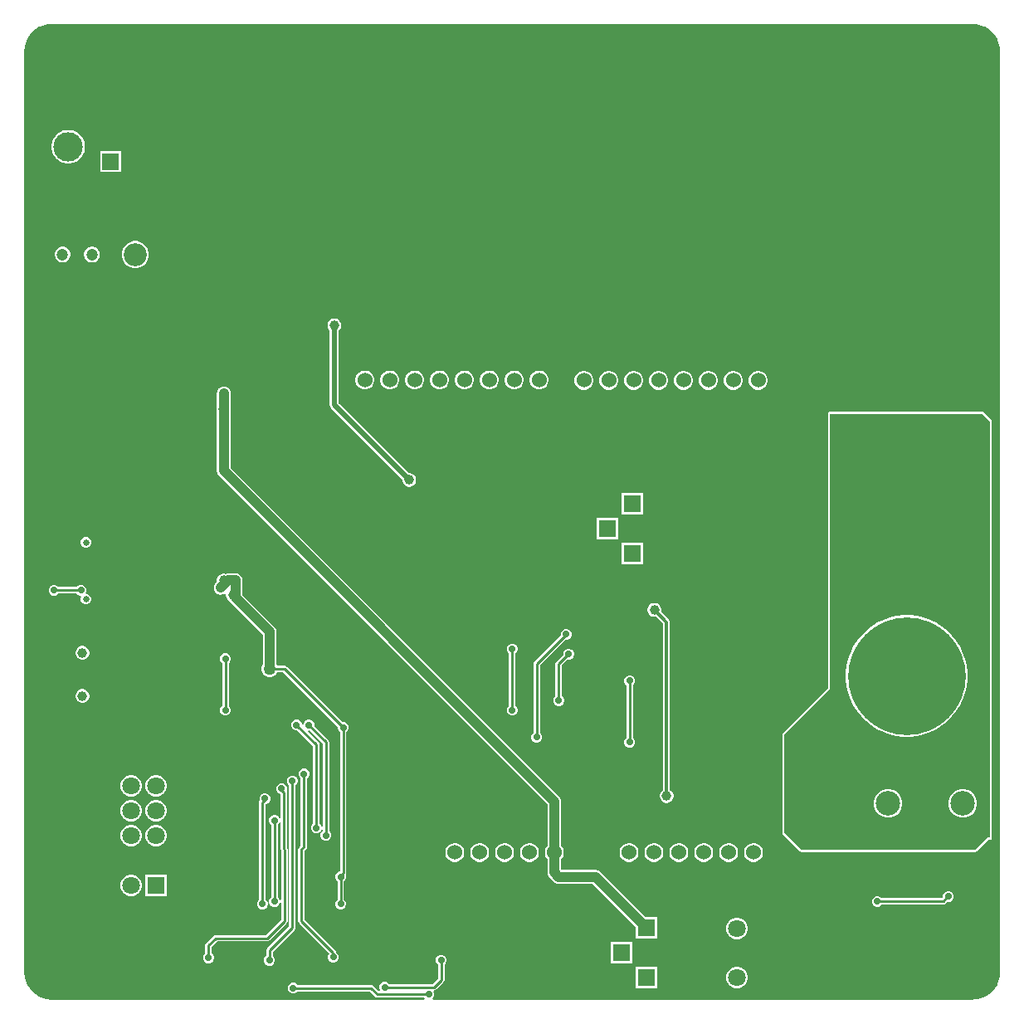
<source format=gbl>
G04*
G04 #@! TF.GenerationSoftware,Altium Limited,Altium Designer,23.3.1 (30)*
G04*
G04 Layer_Physical_Order=2*
G04 Layer_Color=16711680*
%FSLAX25Y25*%
%MOIN*%
G70*
G04*
G04 #@! TF.SameCoordinates,A0E3A479-A048-482A-A5C8-966E8189681F*
G04*
G04*
G04 #@! TF.FilePolarity,Positive*
G04*
G01*
G75*
%ADD10C,0.01181*%
%ADD11C,0.01000*%
%ADD110C,0.01968*%
%ADD111C,0.03937*%
%ADD113C,0.06000*%
%ADD114C,0.09843*%
%ADD115R,0.09843X0.09843*%
%ADD116R,0.06693X0.07000*%
%ADD117C,0.06693*%
%ADD118C,0.11811*%
%ADD119C,0.09252*%
%ADD120O,0.08661X0.04724*%
%ADD121C,0.04724*%
%ADD122R,0.07087X0.07087*%
%ADD123C,0.07087*%
%ADD124O,0.07087X0.03937*%
%ADD125O,0.08268X0.03937*%
%ADD126C,0.02559*%
%ADD127C,0.03937*%
%ADD128C,0.47244*%
%ADD129C,0.02756*%
%ADD130C,0.03937*%
%ADD131C,0.05000*%
%ADD132C,0.19685*%
G36*
X383596Y-1036D02*
X385261Y-1436D01*
X386842Y-2091D01*
X388302Y-2986D01*
X389603Y-4097D01*
X390715Y-5399D01*
X391610Y-6859D01*
X392265Y-8440D01*
X392664Y-10104D01*
X392798Y-11807D01*
X392798Y-11811D01*
Y-381890D01*
X392798Y-381893D01*
X392664Y-383596D01*
X392265Y-385261D01*
X391610Y-386842D01*
X390715Y-388302D01*
X389603Y-389603D01*
X388302Y-390715D01*
X386842Y-391610D01*
X385261Y-392265D01*
X383596Y-392664D01*
X382374Y-392760D01*
X381890Y-392798D01*
Y-392798D01*
X165106D01*
X164899Y-392298D01*
X165222Y-391975D01*
X165551Y-391179D01*
Y-390317D01*
X165257Y-389608D01*
X165292Y-389429D01*
X165332Y-389338D01*
X165488Y-389081D01*
X165857Y-389008D01*
X166282Y-388723D01*
X169235Y-385771D01*
X169520Y-385345D01*
X169620Y-384842D01*
Y-378718D01*
X170143Y-378195D01*
X170472Y-377399D01*
Y-376538D01*
X170143Y-375742D01*
X169534Y-375133D01*
X168738Y-374803D01*
X167876D01*
X167080Y-375133D01*
X166471Y-375742D01*
X166142Y-376538D01*
Y-377399D01*
X166471Y-378195D01*
X166995Y-378718D01*
Y-384299D01*
X164811Y-386483D01*
X147419D01*
X146896Y-385960D01*
X146100Y-385630D01*
X145239D01*
X144443Y-385960D01*
X143834Y-386569D01*
X143504Y-387365D01*
Y-388226D01*
X143729Y-388769D01*
X143470Y-389261D01*
X143131Y-389306D01*
X141115Y-387290D01*
X140689Y-387005D01*
X140187Y-386905D01*
X110595D01*
X110072Y-386382D01*
X109276Y-386053D01*
X108415D01*
X107619Y-386382D01*
X107010Y-386992D01*
X106680Y-387787D01*
Y-388649D01*
X107010Y-389445D01*
X107619Y-390054D01*
X108415Y-390383D01*
X109276D01*
X110072Y-390054D01*
X110595Y-389531D01*
X139643D01*
X141788Y-391676D01*
X142214Y-391961D01*
X142717Y-392061D01*
X161457D01*
X161638Y-392298D01*
X161391Y-392798D01*
X11799D01*
X10104Y-392664D01*
X8440Y-392265D01*
X6859Y-391610D01*
X5399Y-390715D01*
X4097Y-389603D01*
X2986Y-388302D01*
X2091Y-386842D01*
X1436Y-385261D01*
X1036Y-383596D01*
X903Y-381893D01*
X903Y-381890D01*
Y-11811D01*
X903Y-11807D01*
X1036Y-10104D01*
X1436Y-8440D01*
X2091Y-6859D01*
X2986Y-5399D01*
X4097Y-4097D01*
X5399Y-2986D01*
X6859Y-2091D01*
X8440Y-1436D01*
X10104Y-1036D01*
X11807Y-903D01*
X11811Y-903D01*
X381890D01*
X381893Y-903D01*
X383596Y-1036D01*
D02*
G37*
%LPC*%
G36*
X19191Y-43504D02*
X17872D01*
X16579Y-43761D01*
X15361Y-44266D01*
X14265Y-44998D01*
X13333Y-45930D01*
X12600Y-47027D01*
X12096Y-48245D01*
X11839Y-49538D01*
Y-50856D01*
X12096Y-52149D01*
X12600Y-53367D01*
X13333Y-54463D01*
X14265Y-55396D01*
X15361Y-56128D01*
X16579Y-56633D01*
X17872Y-56890D01*
X19191D01*
X20484Y-56633D01*
X21702Y-56128D01*
X22798Y-55396D01*
X23730Y-54463D01*
X24463Y-53367D01*
X24967Y-52149D01*
X25224Y-50856D01*
Y-49538D01*
X24967Y-48245D01*
X24463Y-47027D01*
X23730Y-45930D01*
X22798Y-44998D01*
X21702Y-44266D01*
X20484Y-43761D01*
X19191Y-43504D01*
D02*
G37*
G36*
X39673Y-51815D02*
X31405D01*
Y-60390D01*
X39673D01*
Y-51815D01*
D02*
G37*
G36*
X28474Y-90354D02*
X27645D01*
X26844Y-90569D01*
X26125Y-90984D01*
X25539Y-91570D01*
X25124Y-92288D01*
X24910Y-93089D01*
Y-93919D01*
X25124Y-94720D01*
X25539Y-95438D01*
X26125Y-96024D01*
X26844Y-96439D01*
X27645Y-96653D01*
X28474D01*
X29275Y-96439D01*
X29993Y-96024D01*
X30580Y-95438D01*
X30994Y-94720D01*
X31209Y-93919D01*
Y-93089D01*
X30994Y-92288D01*
X30580Y-91570D01*
X29993Y-90984D01*
X29275Y-90569D01*
X28474Y-90354D01*
D02*
G37*
G36*
X16663D02*
X15834D01*
X15033Y-90569D01*
X14314Y-90984D01*
X13728Y-91570D01*
X13313Y-92288D01*
X13099Y-93089D01*
Y-93919D01*
X13313Y-94720D01*
X13728Y-95438D01*
X14314Y-96024D01*
X15033Y-96439D01*
X15834Y-96653D01*
X16663D01*
X17464Y-96439D01*
X18182Y-96024D01*
X18769Y-95438D01*
X19183Y-94720D01*
X19398Y-93919D01*
Y-93089D01*
X19183Y-92288D01*
X18769Y-91570D01*
X18182Y-90984D01*
X17464Y-90569D01*
X16663Y-90354D01*
D02*
G37*
G36*
X46095Y-88090D02*
X44669D01*
X43292Y-88459D01*
X42058Y-89172D01*
X41050Y-90180D01*
X40337Y-91414D01*
X39968Y-92791D01*
Y-94217D01*
X40337Y-95593D01*
X41050Y-96828D01*
X42058Y-97836D01*
X43292Y-98548D01*
X44669Y-98917D01*
X46095D01*
X47471Y-98548D01*
X48706Y-97836D01*
X49714Y-96828D01*
X50426Y-95593D01*
X50795Y-94217D01*
Y-92791D01*
X50426Y-91414D01*
X49714Y-90180D01*
X48706Y-89172D01*
X47471Y-88459D01*
X46095Y-88090D01*
D02*
G37*
G36*
X208121Y-140110D02*
X207123D01*
X206160Y-140368D01*
X205296Y-140867D01*
X204591Y-141572D01*
X204093Y-142436D01*
X203835Y-143399D01*
Y-144396D01*
X204093Y-145360D01*
X204591Y-146223D01*
X205296Y-146928D01*
X206160Y-147427D01*
X207123Y-147685D01*
X208121D01*
X209084Y-147427D01*
X209948Y-146928D01*
X210653Y-146223D01*
X211151Y-145360D01*
X211409Y-144396D01*
Y-143399D01*
X211151Y-142436D01*
X210653Y-141572D01*
X209948Y-140867D01*
X209084Y-140368D01*
X208121Y-140110D01*
D02*
G37*
G36*
X198121D02*
X197123D01*
X196160Y-140368D01*
X195297Y-140867D01*
X194591Y-141572D01*
X194093Y-142436D01*
X193835Y-143399D01*
Y-144396D01*
X194093Y-145360D01*
X194591Y-146223D01*
X195297Y-146928D01*
X196160Y-147427D01*
X197123Y-147685D01*
X198121D01*
X199084Y-147427D01*
X199948Y-146928D01*
X200653Y-146223D01*
X201151Y-145360D01*
X201409Y-144396D01*
Y-143399D01*
X201151Y-142436D01*
X200653Y-141572D01*
X199948Y-140867D01*
X199084Y-140368D01*
X198121Y-140110D01*
D02*
G37*
G36*
X188121D02*
X187123D01*
X186160Y-140368D01*
X185296Y-140867D01*
X184591Y-141572D01*
X184093Y-142436D01*
X183835Y-143399D01*
Y-144396D01*
X184093Y-145360D01*
X184591Y-146223D01*
X185296Y-146928D01*
X186160Y-147427D01*
X187123Y-147685D01*
X188121D01*
X189084Y-147427D01*
X189948Y-146928D01*
X190653Y-146223D01*
X191151Y-145360D01*
X191409Y-144396D01*
Y-143399D01*
X191151Y-142436D01*
X190653Y-141572D01*
X189948Y-140867D01*
X189084Y-140368D01*
X188121Y-140110D01*
D02*
G37*
G36*
X178121D02*
X177123D01*
X176160Y-140368D01*
X175296Y-140867D01*
X174591Y-141572D01*
X174093Y-142436D01*
X173835Y-143399D01*
Y-144396D01*
X174093Y-145360D01*
X174591Y-146223D01*
X175296Y-146928D01*
X176160Y-147427D01*
X177123Y-147685D01*
X178121D01*
X179084Y-147427D01*
X179948Y-146928D01*
X180653Y-146223D01*
X181151Y-145360D01*
X181409Y-144396D01*
Y-143399D01*
X181151Y-142436D01*
X180653Y-141572D01*
X179948Y-140867D01*
X179084Y-140368D01*
X178121Y-140110D01*
D02*
G37*
G36*
X168121D02*
X167123D01*
X166160Y-140368D01*
X165296Y-140867D01*
X164591Y-141572D01*
X164093Y-142436D01*
X163835Y-143399D01*
Y-144396D01*
X164093Y-145360D01*
X164591Y-146223D01*
X165296Y-146928D01*
X166160Y-147427D01*
X167123Y-147685D01*
X168121D01*
X169084Y-147427D01*
X169948Y-146928D01*
X170653Y-146223D01*
X171151Y-145360D01*
X171409Y-144396D01*
Y-143399D01*
X171151Y-142436D01*
X170653Y-141572D01*
X169948Y-140867D01*
X169084Y-140368D01*
X168121Y-140110D01*
D02*
G37*
G36*
X158121D02*
X157123D01*
X156160Y-140368D01*
X155297Y-140867D01*
X154591Y-141572D01*
X154093Y-142436D01*
X153835Y-143399D01*
Y-144396D01*
X154093Y-145360D01*
X154591Y-146223D01*
X155297Y-146928D01*
X156160Y-147427D01*
X157123Y-147685D01*
X158121D01*
X159084Y-147427D01*
X159948Y-146928D01*
X160653Y-146223D01*
X161151Y-145360D01*
X161409Y-144396D01*
Y-143399D01*
X161151Y-142436D01*
X160653Y-141572D01*
X159948Y-140867D01*
X159084Y-140368D01*
X158121Y-140110D01*
D02*
G37*
G36*
X148121D02*
X147123D01*
X146160Y-140368D01*
X145297Y-140867D01*
X144591Y-141572D01*
X144093Y-142436D01*
X143835Y-143399D01*
Y-144396D01*
X144093Y-145360D01*
X144591Y-146223D01*
X145297Y-146928D01*
X146160Y-147427D01*
X147123Y-147685D01*
X148121D01*
X149084Y-147427D01*
X149948Y-146928D01*
X150653Y-146223D01*
X151151Y-145360D01*
X151409Y-144396D01*
Y-143399D01*
X151151Y-142436D01*
X150653Y-141572D01*
X149948Y-140867D01*
X149084Y-140368D01*
X148121Y-140110D01*
D02*
G37*
G36*
X138121D02*
X137123D01*
X136160Y-140368D01*
X135296Y-140867D01*
X134591Y-141572D01*
X134093Y-142436D01*
X133835Y-143399D01*
Y-144396D01*
X134093Y-145360D01*
X134591Y-146223D01*
X135296Y-146928D01*
X136160Y-147427D01*
X137123Y-147685D01*
X138121D01*
X139084Y-147427D01*
X139948Y-146928D01*
X140653Y-146223D01*
X141151Y-145360D01*
X141409Y-144396D01*
Y-143399D01*
X141151Y-142436D01*
X140653Y-141572D01*
X139948Y-140867D01*
X139084Y-140368D01*
X138121Y-140110D01*
D02*
G37*
G36*
X296168Y-140268D02*
X295171D01*
X294207Y-140526D01*
X293344Y-141024D01*
X292639Y-141730D01*
X292140Y-142593D01*
X291882Y-143556D01*
Y-144554D01*
X292140Y-145517D01*
X292639Y-146381D01*
X293344Y-147086D01*
X294207Y-147584D01*
X295171Y-147843D01*
X296168D01*
X297131Y-147584D01*
X297995Y-147086D01*
X298700Y-146381D01*
X299199Y-145517D01*
X299457Y-144554D01*
Y-143556D01*
X299199Y-142593D01*
X298700Y-141730D01*
X297995Y-141024D01*
X297131Y-140526D01*
X296168Y-140268D01*
D02*
G37*
G36*
X286168D02*
X285171D01*
X284207Y-140526D01*
X283344Y-141024D01*
X282639Y-141730D01*
X282140Y-142593D01*
X281882Y-143556D01*
Y-144554D01*
X282140Y-145517D01*
X282639Y-146381D01*
X283344Y-147086D01*
X284207Y-147584D01*
X285171Y-147843D01*
X286168D01*
X287131Y-147584D01*
X287995Y-147086D01*
X288700Y-146381D01*
X289199Y-145517D01*
X289457Y-144554D01*
Y-143556D01*
X289199Y-142593D01*
X288700Y-141730D01*
X287995Y-141024D01*
X287131Y-140526D01*
X286168Y-140268D01*
D02*
G37*
G36*
X276168D02*
X275171D01*
X274207Y-140526D01*
X273344Y-141024D01*
X272639Y-141730D01*
X272140Y-142593D01*
X271882Y-143556D01*
Y-144554D01*
X272140Y-145517D01*
X272639Y-146381D01*
X273344Y-147086D01*
X274207Y-147584D01*
X275171Y-147843D01*
X276168D01*
X277131Y-147584D01*
X277995Y-147086D01*
X278700Y-146381D01*
X279199Y-145517D01*
X279457Y-144554D01*
Y-143556D01*
X279199Y-142593D01*
X278700Y-141730D01*
X277995Y-141024D01*
X277131Y-140526D01*
X276168Y-140268D01*
D02*
G37*
G36*
X266168D02*
X265171D01*
X264207Y-140526D01*
X263344Y-141024D01*
X262639Y-141730D01*
X262140Y-142593D01*
X261882Y-143556D01*
Y-144554D01*
X262140Y-145517D01*
X262639Y-146381D01*
X263344Y-147086D01*
X264207Y-147584D01*
X265171Y-147843D01*
X266168D01*
X267131Y-147584D01*
X267995Y-147086D01*
X268700Y-146381D01*
X269199Y-145517D01*
X269457Y-144554D01*
Y-143556D01*
X269199Y-142593D01*
X268700Y-141730D01*
X267995Y-141024D01*
X267131Y-140526D01*
X266168Y-140268D01*
D02*
G37*
G36*
X256168D02*
X255171D01*
X254207Y-140526D01*
X253344Y-141024D01*
X252639Y-141730D01*
X252140Y-142593D01*
X251882Y-143556D01*
Y-144554D01*
X252140Y-145517D01*
X252639Y-146381D01*
X253344Y-147086D01*
X254207Y-147584D01*
X255171Y-147843D01*
X256168D01*
X257131Y-147584D01*
X257995Y-147086D01*
X258700Y-146381D01*
X259199Y-145517D01*
X259457Y-144554D01*
Y-143556D01*
X259199Y-142593D01*
X258700Y-141730D01*
X257995Y-141024D01*
X257131Y-140526D01*
X256168Y-140268D01*
D02*
G37*
G36*
X246168D02*
X245171D01*
X244207Y-140526D01*
X243344Y-141024D01*
X242639Y-141730D01*
X242140Y-142593D01*
X241882Y-143556D01*
Y-144554D01*
X242140Y-145517D01*
X242639Y-146381D01*
X243344Y-147086D01*
X244207Y-147584D01*
X245171Y-147843D01*
X246168D01*
X247131Y-147584D01*
X247995Y-147086D01*
X248700Y-146381D01*
X249199Y-145517D01*
X249457Y-144554D01*
Y-143556D01*
X249199Y-142593D01*
X248700Y-141730D01*
X247995Y-141024D01*
X247131Y-140526D01*
X246168Y-140268D01*
D02*
G37*
G36*
X236168D02*
X235171D01*
X234207Y-140526D01*
X233344Y-141024D01*
X232639Y-141730D01*
X232140Y-142593D01*
X231882Y-143556D01*
Y-144554D01*
X232140Y-145517D01*
X232639Y-146381D01*
X233344Y-147086D01*
X234207Y-147584D01*
X235171Y-147843D01*
X236168D01*
X237131Y-147584D01*
X237995Y-147086D01*
X238700Y-146381D01*
X239199Y-145517D01*
X239457Y-144554D01*
Y-143556D01*
X239199Y-142593D01*
X238700Y-141730D01*
X237995Y-141024D01*
X237131Y-140526D01*
X236168Y-140268D01*
D02*
G37*
G36*
X226168D02*
X225171D01*
X224207Y-140526D01*
X223344Y-141024D01*
X222639Y-141730D01*
X222140Y-142593D01*
X221882Y-143556D01*
Y-144554D01*
X222140Y-145517D01*
X222639Y-146381D01*
X223344Y-147086D01*
X224207Y-147584D01*
X225171Y-147843D01*
X226168D01*
X227131Y-147584D01*
X227995Y-147086D01*
X228700Y-146381D01*
X229199Y-145517D01*
X229457Y-144554D01*
Y-143556D01*
X229199Y-142593D01*
X228700Y-141730D01*
X227995Y-141024D01*
X227131Y-140526D01*
X226168Y-140268D01*
D02*
G37*
G36*
X125750Y-119180D02*
X125025D01*
X124324Y-119368D01*
X123695Y-119730D01*
X123182Y-120244D01*
X122819Y-120872D01*
X122632Y-121573D01*
Y-122299D01*
X122819Y-123000D01*
X123182Y-123628D01*
X123547Y-123992D01*
Y-153896D01*
X123684Y-154588D01*
X124076Y-155174D01*
X152756Y-183854D01*
Y-184418D01*
X152944Y-185119D01*
X153306Y-185747D01*
X153820Y-186260D01*
X154448Y-186623D01*
X155149Y-186811D01*
X155875D01*
X156576Y-186623D01*
X157204Y-186260D01*
X157717Y-185747D01*
X158080Y-185119D01*
X158268Y-184418D01*
Y-183692D01*
X158080Y-182991D01*
X157717Y-182363D01*
X157204Y-181850D01*
X156576Y-181487D01*
X155875Y-181299D01*
X155310D01*
X127160Y-153148D01*
Y-124061D01*
X127593Y-123628D01*
X127956Y-123000D01*
X128144Y-122299D01*
Y-121573D01*
X127956Y-120872D01*
X127593Y-120244D01*
X127080Y-119730D01*
X126451Y-119368D01*
X125750Y-119180D01*
D02*
G37*
G36*
X249410Y-189252D02*
X240748D01*
Y-197913D01*
X249410D01*
Y-189252D01*
D02*
G37*
G36*
X239409Y-199252D02*
X230748D01*
Y-207913D01*
X239409D01*
Y-199252D01*
D02*
G37*
G36*
X26029Y-207062D02*
X25207D01*
X24447Y-207376D01*
X23866Y-207958D01*
X23551Y-208717D01*
Y-209540D01*
X23866Y-210299D01*
X24447Y-210881D01*
X25207Y-211195D01*
X26029D01*
X26789Y-210881D01*
X27370Y-210299D01*
X27685Y-209540D01*
Y-208717D01*
X27370Y-207958D01*
X26789Y-207376D01*
X26029Y-207062D01*
D02*
G37*
G36*
X249410Y-209252D02*
X240748D01*
Y-217913D01*
X249410D01*
Y-209252D01*
D02*
G37*
G36*
X85630Y-221630D02*
X82677D01*
X81958Y-221725D01*
X81832Y-221777D01*
X81374Y-221654D01*
X80648D01*
X79947Y-221841D01*
X79318Y-222204D01*
X78805Y-222717D01*
X78443Y-223346D01*
X78255Y-224047D01*
Y-224772D01*
X78282Y-224874D01*
X77759Y-225397D01*
X77648Y-225541D01*
X77519Y-225670D01*
X77428Y-225828D01*
X77317Y-225972D01*
X77247Y-226141D01*
X77156Y-226298D01*
X77109Y-226474D01*
X77039Y-226643D01*
X77016Y-226823D01*
X76968Y-226999D01*
Y-227182D01*
X76945Y-227362D01*
X76968Y-227543D01*
Y-227725D01*
X77016Y-227901D01*
X77039Y-228082D01*
X77109Y-228250D01*
X77156Y-228426D01*
X77247Y-228584D01*
X77317Y-228752D01*
X77428Y-228897D01*
X77519Y-229054D01*
X77648Y-229183D01*
X77759Y-229328D01*
X77903Y-229439D01*
X78032Y-229568D01*
X78190Y-229659D01*
X78335Y-229769D01*
X78503Y-229839D01*
X78661Y-229930D01*
X78837Y-229977D01*
X79005Y-230047D01*
X79186Y-230071D01*
X79362Y-230118D01*
X79544D01*
X79724Y-230142D01*
X79905Y-230118D01*
X80087D01*
X80263Y-230071D01*
X80444Y-230047D01*
X80612Y-229977D01*
X80788Y-229930D01*
X80946Y-229839D01*
X81114Y-229769D01*
X81259Y-229659D01*
X81417Y-229568D01*
X81844Y-229847D01*
X81900Y-229915D01*
X81890Y-229952D01*
Y-230678D01*
X82078Y-231379D01*
X82440Y-232007D01*
X82954Y-232520D01*
X83215Y-232671D01*
X83223Y-232689D01*
X83664Y-233265D01*
X96630Y-246230D01*
Y-258082D01*
X96346Y-258574D01*
X96122Y-259410D01*
Y-260275D01*
X96346Y-261111D01*
X96779Y-261861D01*
X97391Y-262473D01*
X98141Y-262906D01*
X98977Y-263130D01*
X99842D01*
X100678Y-262906D01*
X101428Y-262473D01*
X102040Y-261861D01*
X102448Y-261155D01*
X104771D01*
X126772Y-283155D01*
Y-283895D01*
X127101Y-284691D01*
X127624Y-285214D01*
Y-341339D01*
X127522D01*
X126726Y-341668D01*
X126117Y-342277D01*
X125787Y-343073D01*
Y-343935D01*
X126117Y-344730D01*
X126640Y-345254D01*
Y-352581D01*
X126117Y-353104D01*
X125787Y-353900D01*
Y-354761D01*
X126117Y-355557D01*
X126726Y-356166D01*
X127522Y-356496D01*
X128384D01*
X129179Y-356166D01*
X129788Y-355557D01*
X130118Y-354761D01*
Y-353900D01*
X129788Y-353104D01*
X129265Y-352581D01*
Y-345254D01*
X129788Y-344730D01*
X130118Y-343935D01*
Y-343073D01*
X129996Y-342777D01*
X130150Y-342547D01*
X130250Y-342044D01*
Y-285214D01*
X130773Y-284691D01*
X131102Y-283895D01*
Y-283034D01*
X130773Y-282238D01*
X130164Y-281629D01*
X129368Y-281299D01*
X128628D01*
X106243Y-258914D01*
X105817Y-258630D01*
X105315Y-258530D01*
X102448D01*
X102189Y-258082D01*
Y-245079D01*
X102094Y-244359D01*
X101817Y-243689D01*
X101375Y-243113D01*
X88410Y-230148D01*
Y-224410D01*
X88315Y-223690D01*
X88037Y-223020D01*
X87595Y-222444D01*
X87020Y-222002D01*
X86349Y-221725D01*
X85630Y-221630D01*
D02*
G37*
G36*
X24053Y-226181D02*
X23191D01*
X22396Y-226511D01*
X21872Y-227034D01*
X14545D01*
X14022Y-226511D01*
X13226Y-226181D01*
X12365D01*
X11569Y-226511D01*
X10960Y-227120D01*
X10630Y-227916D01*
Y-228777D01*
X10960Y-229573D01*
X11569Y-230182D01*
X12365Y-230512D01*
X13226D01*
X14022Y-230182D01*
X14545Y-229659D01*
X21872D01*
X22396Y-230182D01*
X23191Y-230512D01*
X23521D01*
X23540Y-230525D01*
X23814Y-231012D01*
X23591Y-231551D01*
Y-232374D01*
X23906Y-233133D01*
X24487Y-233715D01*
X25247Y-234029D01*
X26069D01*
X26829Y-233715D01*
X27410Y-233133D01*
X27725Y-232374D01*
Y-231551D01*
X27410Y-230792D01*
X26829Y-230210D01*
X26069Y-229896D01*
X25824D01*
X25759Y-229838D01*
X25531Y-229396D01*
X25787Y-228777D01*
Y-227916D01*
X25458Y-227120D01*
X24849Y-226511D01*
X24053Y-226181D01*
D02*
G37*
G36*
X24571Y-250762D02*
X23846D01*
X23145Y-250950D01*
X22516Y-251313D01*
X22003Y-251826D01*
X21640Y-252454D01*
X21453Y-253155D01*
Y-253881D01*
X21640Y-254582D01*
X22003Y-255210D01*
X22516Y-255723D01*
X23145Y-256086D01*
X23846Y-256274D01*
X24571D01*
X25272Y-256086D01*
X25901Y-255723D01*
X26414Y-255210D01*
X26776Y-254582D01*
X26964Y-253881D01*
Y-253155D01*
X26776Y-252454D01*
X26414Y-251826D01*
X25901Y-251313D01*
X25272Y-250950D01*
X24571Y-250762D01*
D02*
G37*
G36*
Y-268085D02*
X23846D01*
X23145Y-268273D01*
X22516Y-268636D01*
X22003Y-269149D01*
X21640Y-269777D01*
X21453Y-270478D01*
Y-271204D01*
X21640Y-271905D01*
X22003Y-272533D01*
X22516Y-273046D01*
X23145Y-273409D01*
X23846Y-273597D01*
X24571D01*
X25272Y-273409D01*
X25901Y-273046D01*
X26414Y-272533D01*
X26776Y-271905D01*
X26964Y-271204D01*
Y-270478D01*
X26776Y-269777D01*
X26414Y-269149D01*
X25901Y-268636D01*
X25272Y-268273D01*
X24571Y-268085D01*
D02*
G37*
G36*
X219919Y-251772D02*
X219057D01*
X218262Y-252101D01*
X217653Y-252710D01*
X217323Y-253506D01*
Y-254246D01*
X214623Y-256946D01*
X214338Y-257372D01*
X214239Y-257874D01*
Y-270888D01*
X213716Y-271411D01*
X213386Y-272207D01*
Y-273068D01*
X213716Y-273864D01*
X214325Y-274474D01*
X215121Y-274803D01*
X215982D01*
X216778Y-274474D01*
X217387Y-273864D01*
X217717Y-273068D01*
Y-272207D01*
X217387Y-271411D01*
X216864Y-270888D01*
Y-258418D01*
X219179Y-256102D01*
X219919D01*
X220715Y-255773D01*
X221324Y-255164D01*
X221654Y-254368D01*
Y-253506D01*
X221324Y-252710D01*
X220715Y-252101D01*
X219919Y-251772D01*
D02*
G37*
G36*
X197281Y-249803D02*
X196420D01*
X195624Y-250133D01*
X195015Y-250742D01*
X194685Y-251538D01*
Y-252399D01*
X195015Y-253195D01*
X195538Y-253718D01*
Y-274825D01*
X195015Y-275348D01*
X194685Y-276144D01*
Y-277006D01*
X195015Y-277801D01*
X195624Y-278411D01*
X196420Y-278740D01*
X197281D01*
X198077Y-278411D01*
X198686Y-277801D01*
X199016Y-277006D01*
Y-276144D01*
X198686Y-275348D01*
X198163Y-274825D01*
Y-253718D01*
X198686Y-253195D01*
X199016Y-252399D01*
Y-251538D01*
X198686Y-250742D01*
X198077Y-250133D01*
X197281Y-249803D01*
D02*
G37*
G36*
X82124Y-253740D02*
X81262D01*
X80466Y-254070D01*
X79857Y-254679D01*
X79528Y-255475D01*
Y-256336D01*
X79857Y-257132D01*
X80380Y-257655D01*
Y-274825D01*
X79857Y-275348D01*
X79528Y-276144D01*
Y-277006D01*
X79857Y-277801D01*
X80466Y-278411D01*
X81262Y-278740D01*
X82124D01*
X82920Y-278411D01*
X83529Y-277801D01*
X83858Y-277006D01*
Y-276144D01*
X83529Y-275348D01*
X83005Y-274825D01*
Y-257655D01*
X83529Y-257132D01*
X83858Y-256336D01*
Y-255475D01*
X83529Y-254679D01*
X82920Y-254070D01*
X82124Y-253740D01*
D02*
G37*
G36*
X115588Y-280315D02*
X114727D01*
X113931Y-280645D01*
X113322Y-281254D01*
X112992Y-282050D01*
Y-282170D01*
X112492Y-282437D01*
X112402Y-282376D01*
Y-282050D01*
X112072Y-281254D01*
X111463Y-280645D01*
X110667Y-280315D01*
X109806D01*
X109010Y-280645D01*
X108400Y-281254D01*
X108071Y-282050D01*
Y-282911D01*
X108400Y-283707D01*
X109010Y-284316D01*
X109806Y-284646D01*
X110545D01*
X116798Y-290898D01*
Y-322069D01*
X116274Y-322592D01*
X115945Y-323388D01*
Y-324250D01*
X116274Y-325045D01*
X116884Y-325655D01*
X117680Y-325984D01*
X118541D01*
X119337Y-325655D01*
X119946Y-325045D01*
X120235Y-324348D01*
X120735Y-324448D01*
Y-325022D01*
X120212Y-325545D01*
X119882Y-326341D01*
Y-327202D01*
X120212Y-327998D01*
X120821Y-328607D01*
X121616Y-328937D01*
X122478D01*
X123274Y-328607D01*
X123883Y-327998D01*
X124213Y-327202D01*
Y-326341D01*
X123883Y-325545D01*
X123360Y-325022D01*
Y-289370D01*
X123260Y-288868D01*
X122975Y-288442D01*
X117323Y-282789D01*
Y-282050D01*
X116993Y-281254D01*
X116384Y-280645D01*
X115588Y-280315D01*
D02*
G37*
G36*
X218935Y-243898D02*
X218073D01*
X217277Y-244227D01*
X216668Y-244836D01*
X216339Y-245632D01*
Y-246372D01*
X205765Y-256946D01*
X205480Y-257372D01*
X205380Y-257874D01*
Y-285652D01*
X204857Y-286175D01*
X204528Y-286971D01*
Y-287832D01*
X204857Y-288628D01*
X205466Y-289237D01*
X206262Y-289567D01*
X207124D01*
X207920Y-289237D01*
X208529Y-288628D01*
X208858Y-287832D01*
Y-286971D01*
X208529Y-286175D01*
X208005Y-285652D01*
Y-258418D01*
X218195Y-248228D01*
X218935D01*
X219730Y-247899D01*
X220340Y-247290D01*
X220669Y-246494D01*
Y-245632D01*
X220340Y-244836D01*
X219730Y-244227D01*
X218935Y-243898D01*
D02*
G37*
G36*
X244525Y-262598D02*
X243664D01*
X242868Y-262928D01*
X242259Y-263537D01*
X241929Y-264333D01*
Y-265195D01*
X242259Y-265990D01*
X242782Y-266513D01*
Y-287620D01*
X242259Y-288143D01*
X241929Y-288939D01*
Y-289801D01*
X242259Y-290597D01*
X242868Y-291206D01*
X243664Y-291535D01*
X244525D01*
X245321Y-291206D01*
X245930Y-290597D01*
X246260Y-289801D01*
Y-288939D01*
X245930Y-288143D01*
X245407Y-287620D01*
Y-266513D01*
X245930Y-265990D01*
X246260Y-265195D01*
Y-264333D01*
X245930Y-263537D01*
X245321Y-262928D01*
X244525Y-262598D01*
D02*
G37*
G36*
X54320Y-302598D02*
X53180D01*
X52078Y-302894D01*
X51091Y-303464D01*
X50285Y-304270D01*
X49714Y-305258D01*
X49419Y-306359D01*
Y-307499D01*
X49714Y-308601D01*
X50285Y-309588D01*
X51091Y-310395D01*
X52078Y-310965D01*
X53180Y-311260D01*
X54320D01*
X55422Y-310965D01*
X56409Y-310395D01*
X57215Y-309588D01*
X57786Y-308601D01*
X58081Y-307499D01*
Y-306359D01*
X57786Y-305258D01*
X57215Y-304270D01*
X56409Y-303464D01*
X55422Y-302894D01*
X54320Y-302598D01*
D02*
G37*
G36*
X44320D02*
X43180D01*
X42078Y-302894D01*
X41091Y-303464D01*
X40285Y-304270D01*
X39714Y-305258D01*
X39419Y-306359D01*
Y-307499D01*
X39714Y-308601D01*
X40285Y-309588D01*
X41091Y-310395D01*
X42078Y-310965D01*
X43180Y-311260D01*
X44320D01*
X45422Y-310965D01*
X46409Y-310395D01*
X47215Y-309588D01*
X47786Y-308601D01*
X48081Y-307499D01*
Y-306359D01*
X47786Y-305258D01*
X47215Y-304270D01*
X46409Y-303464D01*
X45422Y-302894D01*
X44320Y-302598D01*
D02*
G37*
G36*
X254300Y-233465D02*
X253574D01*
X252873Y-233652D01*
X252245Y-234015D01*
X251732Y-234528D01*
X251369Y-235157D01*
X251181Y-235858D01*
Y-236583D01*
X251369Y-237284D01*
X251732Y-237913D01*
X252245Y-238426D01*
X252873Y-238789D01*
X253574Y-238976D01*
X254300D01*
X254620Y-238891D01*
X257453Y-241724D01*
Y-308652D01*
X257166Y-308818D01*
X256653Y-309331D01*
X256290Y-309960D01*
X256102Y-310661D01*
Y-311386D01*
X256290Y-312087D01*
X256653Y-312716D01*
X257166Y-313229D01*
X257794Y-313592D01*
X258495Y-313779D01*
X259221D01*
X259922Y-313592D01*
X260550Y-313229D01*
X261064Y-312716D01*
X261426Y-312087D01*
X261614Y-311386D01*
Y-310661D01*
X261426Y-309960D01*
X261064Y-309331D01*
X260550Y-308818D01*
X260263Y-308652D01*
Y-241142D01*
X260156Y-240604D01*
X259852Y-240148D01*
X256607Y-236904D01*
X256693Y-236583D01*
Y-235858D01*
X256505Y-235157D01*
X256142Y-234528D01*
X255629Y-234015D01*
X255001Y-233652D01*
X254300Y-233465D01*
D02*
G37*
G36*
X104681Y-305900D02*
X103819D01*
X103023Y-306230D01*
X102414Y-306839D01*
X102085Y-307635D01*
Y-308496D01*
X102414Y-309292D01*
X103023Y-309901D01*
X103819Y-310231D01*
X103899D01*
Y-319986D01*
X103399Y-320086D01*
X103214Y-319640D01*
X102604Y-319030D01*
X101809Y-318701D01*
X100947D01*
X100151Y-319030D01*
X99542Y-319640D01*
X99213Y-320435D01*
Y-321297D01*
X99542Y-322093D01*
X100065Y-322616D01*
Y-351597D01*
X99542Y-352120D01*
X99213Y-352916D01*
Y-353777D01*
X99542Y-354573D01*
X100151Y-355182D01*
X100947Y-355512D01*
X101809D01*
X102604Y-355182D01*
X103214Y-354573D01*
X103502Y-353876D01*
X104002Y-353976D01*
Y-360677D01*
X97882Y-366798D01*
X77756D01*
X77254Y-366898D01*
X76828Y-367182D01*
X73875Y-370135D01*
X73590Y-370561D01*
X73491Y-371063D01*
Y-374235D01*
X72967Y-374758D01*
X72638Y-375553D01*
Y-376415D01*
X72967Y-377211D01*
X73577Y-377820D01*
X74372Y-378150D01*
X75234D01*
X76030Y-377820D01*
X76639Y-377211D01*
X76968Y-376415D01*
Y-375553D01*
X76639Y-374758D01*
X76116Y-374235D01*
Y-371607D01*
X78300Y-369423D01*
X98425D01*
X98927Y-369323D01*
X99353Y-369038D01*
X106243Y-362149D01*
X106528Y-361723D01*
X106628Y-361221D01*
Y-332460D01*
X106528Y-331958D01*
X106524Y-331952D01*
Y-309502D01*
X106424Y-308999D01*
X106290Y-308799D01*
X106415Y-308496D01*
Y-307635D01*
X106086Y-306839D01*
X105476Y-306230D01*
X104681Y-305900D01*
D02*
G37*
G36*
X54320Y-312598D02*
X53180D01*
X52078Y-312894D01*
X51091Y-313464D01*
X50285Y-314270D01*
X49714Y-315258D01*
X49419Y-316359D01*
Y-317499D01*
X49714Y-318601D01*
X50285Y-319588D01*
X51091Y-320394D01*
X52078Y-320965D01*
X53180Y-321260D01*
X54320D01*
X55422Y-320965D01*
X56409Y-320394D01*
X57215Y-319588D01*
X57786Y-318601D01*
X58081Y-317499D01*
Y-316359D01*
X57786Y-315258D01*
X57215Y-314270D01*
X56409Y-313464D01*
X55422Y-312894D01*
X54320Y-312598D01*
D02*
G37*
G36*
X44320D02*
X43180D01*
X42078Y-312894D01*
X41091Y-313464D01*
X40285Y-314270D01*
X39714Y-315258D01*
X39419Y-316359D01*
Y-317499D01*
X39714Y-318601D01*
X40285Y-319588D01*
X41091Y-320394D01*
X42078Y-320965D01*
X43180Y-321260D01*
X44320D01*
X45422Y-320965D01*
X46409Y-320394D01*
X47215Y-319588D01*
X47786Y-318601D01*
X48081Y-317499D01*
Y-316359D01*
X47786Y-315258D01*
X47215Y-314270D01*
X46409Y-313464D01*
X45422Y-312894D01*
X44320Y-312598D01*
D02*
G37*
G36*
X54320Y-322598D02*
X53180D01*
X52078Y-322894D01*
X51091Y-323464D01*
X50285Y-324270D01*
X49714Y-325257D01*
X49419Y-326359D01*
Y-327499D01*
X49714Y-328601D01*
X50285Y-329588D01*
X51091Y-330395D01*
X52078Y-330965D01*
X53180Y-331260D01*
X54320D01*
X55422Y-330965D01*
X56409Y-330395D01*
X57215Y-329588D01*
X57786Y-328601D01*
X58081Y-327499D01*
Y-326359D01*
X57786Y-325257D01*
X57215Y-324270D01*
X56409Y-323464D01*
X55422Y-322894D01*
X54320Y-322598D01*
D02*
G37*
G36*
X44320D02*
X43180D01*
X42078Y-322894D01*
X41091Y-323464D01*
X40285Y-324270D01*
X39714Y-325257D01*
X39419Y-326359D01*
Y-327499D01*
X39714Y-328601D01*
X40285Y-329588D01*
X41091Y-330395D01*
X42078Y-330965D01*
X43180Y-331260D01*
X44320D01*
X45422Y-330965D01*
X46409Y-330395D01*
X47215Y-329588D01*
X47786Y-328601D01*
X48081Y-327499D01*
Y-326359D01*
X47786Y-325257D01*
X47215Y-324270D01*
X46409Y-323464D01*
X45422Y-322894D01*
X44320Y-322598D01*
D02*
G37*
G36*
X385827Y-156677D02*
X324498D01*
X324190Y-156739D01*
X323930Y-156913D01*
X323756Y-157173D01*
X323695Y-157480D01*
Y-267690D01*
X305535Y-285850D01*
X305361Y-286110D01*
X305299Y-286417D01*
Y-325787D01*
X305299Y-325787D01*
X305361Y-326095D01*
X305535Y-326355D01*
X305535Y-326355D01*
X312424Y-333245D01*
X312685Y-333419D01*
X312992Y-333480D01*
X382874D01*
X383181Y-333419D01*
X383442Y-333245D01*
X383442Y-333245D01*
X388128Y-328559D01*
X388779D01*
X389087Y-328498D01*
X389347Y-328324D01*
X389521Y-328063D01*
X389582Y-327756D01*
Y-160433D01*
X389521Y-160126D01*
X389347Y-159865D01*
X389347Y-159865D01*
X386395Y-156913D01*
X386134Y-156739D01*
X385827Y-156677D01*
D02*
G37*
G36*
X294278Y-329874D02*
X293281D01*
X292318Y-330132D01*
X291454Y-330631D01*
X290749Y-331336D01*
X290250Y-332200D01*
X289992Y-333163D01*
Y-334160D01*
X290250Y-335123D01*
X290749Y-335987D01*
X291454Y-336692D01*
X292318Y-337191D01*
X293281Y-337449D01*
X294278D01*
X295241Y-337191D01*
X296105Y-336692D01*
X296810Y-335987D01*
X297309Y-335123D01*
X297567Y-334160D01*
Y-333163D01*
X297309Y-332200D01*
X296810Y-331336D01*
X296105Y-330631D01*
X295241Y-330132D01*
X294278Y-329874D01*
D02*
G37*
G36*
X284278D02*
X283281D01*
X282318Y-330132D01*
X281454Y-330631D01*
X280749Y-331336D01*
X280250Y-332200D01*
X279992Y-333163D01*
Y-334160D01*
X280250Y-335123D01*
X280749Y-335987D01*
X281454Y-336692D01*
X282318Y-337191D01*
X283281Y-337449D01*
X284278D01*
X285241Y-337191D01*
X286105Y-336692D01*
X286810Y-335987D01*
X287309Y-335123D01*
X287567Y-334160D01*
Y-333163D01*
X287309Y-332200D01*
X286810Y-331336D01*
X286105Y-330631D01*
X285241Y-330132D01*
X284278Y-329874D01*
D02*
G37*
G36*
X274278D02*
X273281D01*
X272318Y-330132D01*
X271454Y-330631D01*
X270749Y-331336D01*
X270250Y-332200D01*
X269992Y-333163D01*
Y-334160D01*
X270250Y-335123D01*
X270749Y-335987D01*
X271454Y-336692D01*
X272318Y-337191D01*
X273281Y-337449D01*
X274278D01*
X275241Y-337191D01*
X276105Y-336692D01*
X276810Y-335987D01*
X277309Y-335123D01*
X277567Y-334160D01*
Y-333163D01*
X277309Y-332200D01*
X276810Y-331336D01*
X276105Y-330631D01*
X275241Y-330132D01*
X274278Y-329874D01*
D02*
G37*
G36*
X264278D02*
X263281D01*
X262318Y-330132D01*
X261454Y-330631D01*
X260749Y-331336D01*
X260250Y-332200D01*
X259992Y-333163D01*
Y-334160D01*
X260250Y-335123D01*
X260749Y-335987D01*
X261454Y-336692D01*
X262318Y-337191D01*
X263281Y-337449D01*
X264278D01*
X265241Y-337191D01*
X266105Y-336692D01*
X266810Y-335987D01*
X267309Y-335123D01*
X267567Y-334160D01*
Y-333163D01*
X267309Y-332200D01*
X266810Y-331336D01*
X266105Y-330631D01*
X265241Y-330132D01*
X264278Y-329874D01*
D02*
G37*
G36*
X254278D02*
X253281D01*
X252318Y-330132D01*
X251454Y-330631D01*
X250749Y-331336D01*
X250250Y-332200D01*
X249992Y-333163D01*
Y-334160D01*
X250250Y-335123D01*
X250749Y-335987D01*
X251454Y-336692D01*
X252318Y-337191D01*
X253281Y-337449D01*
X254278D01*
X255241Y-337191D01*
X256105Y-336692D01*
X256810Y-335987D01*
X257309Y-335123D01*
X257567Y-334160D01*
Y-333163D01*
X257309Y-332200D01*
X256810Y-331336D01*
X256105Y-330631D01*
X255241Y-330132D01*
X254278Y-329874D01*
D02*
G37*
G36*
X244278D02*
X243281D01*
X242318Y-330132D01*
X241454Y-330631D01*
X240749Y-331336D01*
X240250Y-332200D01*
X239992Y-333163D01*
Y-334160D01*
X240250Y-335123D01*
X240749Y-335987D01*
X241454Y-336692D01*
X242318Y-337191D01*
X243281Y-337449D01*
X244278D01*
X245241Y-337191D01*
X246105Y-336692D01*
X246810Y-335987D01*
X247309Y-335123D01*
X247567Y-334160D01*
Y-333163D01*
X247309Y-332200D01*
X246810Y-331336D01*
X246105Y-330631D01*
X245241Y-330132D01*
X244278Y-329874D01*
D02*
G37*
G36*
X204278D02*
X203281D01*
X202318Y-330132D01*
X201454Y-330631D01*
X200749Y-331336D01*
X200250Y-332200D01*
X199992Y-333163D01*
Y-334160D01*
X200250Y-335123D01*
X200749Y-335987D01*
X201454Y-336692D01*
X202318Y-337191D01*
X203281Y-337449D01*
X204278D01*
X205241Y-337191D01*
X206105Y-336692D01*
X206810Y-335987D01*
X207309Y-335123D01*
X207567Y-334160D01*
Y-333163D01*
X207309Y-332200D01*
X206810Y-331336D01*
X206105Y-330631D01*
X205241Y-330132D01*
X204278Y-329874D01*
D02*
G37*
G36*
X194278D02*
X193281D01*
X192318Y-330132D01*
X191454Y-330631D01*
X190749Y-331336D01*
X190250Y-332200D01*
X189992Y-333163D01*
Y-334160D01*
X190250Y-335123D01*
X190749Y-335987D01*
X191454Y-336692D01*
X192318Y-337191D01*
X193281Y-337449D01*
X194278D01*
X195241Y-337191D01*
X196105Y-336692D01*
X196810Y-335987D01*
X197309Y-335123D01*
X197567Y-334160D01*
Y-333163D01*
X197309Y-332200D01*
X196810Y-331336D01*
X196105Y-330631D01*
X195241Y-330132D01*
X194278Y-329874D01*
D02*
G37*
G36*
X184278D02*
X183281D01*
X182318Y-330132D01*
X181454Y-330631D01*
X180749Y-331336D01*
X180250Y-332200D01*
X179992Y-333163D01*
Y-334160D01*
X180250Y-335123D01*
X180749Y-335987D01*
X181454Y-336692D01*
X182318Y-337191D01*
X183281Y-337449D01*
X184278D01*
X185241Y-337191D01*
X186105Y-336692D01*
X186810Y-335987D01*
X187309Y-335123D01*
X187567Y-334160D01*
Y-333163D01*
X187309Y-332200D01*
X186810Y-331336D01*
X186105Y-330631D01*
X185241Y-330132D01*
X184278Y-329874D01*
D02*
G37*
G36*
X174278D02*
X173281D01*
X172318Y-330132D01*
X171454Y-330631D01*
X170749Y-331336D01*
X170250Y-332200D01*
X169992Y-333163D01*
Y-334160D01*
X170250Y-335123D01*
X170749Y-335987D01*
X171454Y-336692D01*
X172318Y-337191D01*
X173281Y-337449D01*
X174278D01*
X175241Y-337191D01*
X176105Y-336692D01*
X176810Y-335987D01*
X177309Y-335123D01*
X177567Y-334160D01*
Y-333163D01*
X177309Y-332200D01*
X176810Y-331336D01*
X176105Y-330631D01*
X175241Y-330132D01*
X174278Y-329874D01*
D02*
G37*
G36*
X58081Y-342598D02*
X49419D01*
Y-351260D01*
X58081D01*
Y-342598D01*
D02*
G37*
G36*
X44320D02*
X43180D01*
X42078Y-342894D01*
X41091Y-343464D01*
X40285Y-344270D01*
X39714Y-345257D01*
X39419Y-346359D01*
Y-347499D01*
X39714Y-348601D01*
X40285Y-349588D01*
X41091Y-350395D01*
X42078Y-350965D01*
X43180Y-351260D01*
X44320D01*
X45422Y-350965D01*
X46409Y-350395D01*
X47215Y-349588D01*
X47786Y-348601D01*
X48081Y-347499D01*
Y-346359D01*
X47786Y-345257D01*
X47215Y-344270D01*
X46409Y-343464D01*
X45422Y-342894D01*
X44320Y-342598D01*
D02*
G37*
G36*
X372478Y-349213D02*
X371617D01*
X370821Y-349542D01*
X370212Y-350151D01*
X369882Y-350947D01*
Y-351554D01*
X369402Y-352034D01*
X345254D01*
X344730Y-351511D01*
X343935Y-351181D01*
X343073D01*
X342277Y-351511D01*
X341668Y-352120D01*
X341339Y-352916D01*
Y-353777D01*
X341668Y-354573D01*
X342277Y-355182D01*
X343073Y-355512D01*
X343935D01*
X344730Y-355182D01*
X345254Y-354659D01*
X369946D01*
X370448Y-354559D01*
X370874Y-354275D01*
X371608Y-353540D01*
X371617Y-353543D01*
X372478D01*
X373274Y-353214D01*
X373883Y-352605D01*
X374213Y-351809D01*
Y-350947D01*
X373883Y-350151D01*
X373274Y-349542D01*
X372478Y-349213D01*
D02*
G37*
G36*
X97872Y-309842D02*
X97010D01*
X96214Y-310172D01*
X95605Y-310781D01*
X95276Y-311577D01*
Y-312439D01*
X95398Y-312734D01*
X95244Y-312965D01*
X95144Y-313467D01*
Y-352581D01*
X94621Y-353104D01*
X94291Y-353900D01*
Y-354761D01*
X94621Y-355557D01*
X95230Y-356166D01*
X96026Y-356496D01*
X96887D01*
X97683Y-356166D01*
X98292Y-355557D01*
X98622Y-354761D01*
Y-353900D01*
X98292Y-353104D01*
X97769Y-352581D01*
Y-314173D01*
X97872D01*
X98668Y-313844D01*
X99277Y-313234D01*
X99606Y-312439D01*
Y-311577D01*
X99277Y-310781D01*
X98668Y-310172D01*
X97872Y-309842D01*
D02*
G37*
G36*
X81011Y-146462D02*
X80830Y-146486D01*
X80648D01*
X80472Y-146533D01*
X80291Y-146557D01*
X80123Y-146627D01*
X79947Y-146674D01*
X79789Y-146765D01*
X79621Y-146835D01*
X79476Y-146946D01*
X79318Y-147037D01*
X79190Y-147166D01*
X79045Y-147276D01*
X78934Y-147421D01*
X78805Y-147550D01*
X78714Y-147708D01*
X78603Y-147852D01*
X78534Y-148021D01*
X78443Y-148178D01*
X78395Y-148354D01*
X78326Y-148523D01*
X78302Y-148703D01*
X78255Y-148879D01*
Y-149062D01*
X78231Y-149242D01*
Y-154291D01*
X78141Y-154448D01*
X77953Y-155149D01*
Y-155875D01*
X78141Y-156576D01*
X78231Y-156732D01*
Y-180420D01*
X78326Y-181140D01*
X78603Y-181810D01*
X79045Y-182386D01*
X211000Y-314340D01*
Y-331085D01*
X210749Y-331336D01*
X210250Y-332200D01*
X209992Y-333163D01*
Y-334160D01*
X210250Y-335123D01*
X210749Y-335987D01*
X211000Y-336238D01*
Y-341732D01*
X211095Y-342452D01*
X211372Y-343122D01*
X211814Y-343698D01*
X213586Y-345469D01*
X214161Y-345911D01*
X214832Y-346189D01*
X215551Y-346284D01*
X229182D01*
X246400Y-363501D01*
Y-368232D01*
X255061D01*
Y-359570D01*
X250331D01*
X232299Y-341538D01*
X231723Y-341097D01*
X231053Y-340819D01*
X230333Y-340724D01*
X216703D01*
X216559Y-340581D01*
Y-336238D01*
X216810Y-335987D01*
X217309Y-335123D01*
X217567Y-334160D01*
Y-333163D01*
X217309Y-332200D01*
X216810Y-331336D01*
X216559Y-331085D01*
Y-313189D01*
X216464Y-312470D01*
X216187Y-311799D01*
X215745Y-311224D01*
X83790Y-179269D01*
Y-149242D01*
X83767Y-149062D01*
Y-148879D01*
X83719Y-148703D01*
X83696Y-148523D01*
X83626Y-148354D01*
X83579Y-148178D01*
X83488Y-148021D01*
X83418Y-147852D01*
X83307Y-147708D01*
X83216Y-147550D01*
X83087Y-147421D01*
X82976Y-147276D01*
X82832Y-147166D01*
X82703Y-147037D01*
X82545Y-146946D01*
X82401Y-146835D01*
X82232Y-146765D01*
X82074Y-146674D01*
X81898Y-146627D01*
X81730Y-146557D01*
X81550Y-146533D01*
X81374Y-146486D01*
X81191D01*
X81011Y-146462D01*
D02*
G37*
G36*
X287718Y-359885D02*
X286578D01*
X285476Y-360180D01*
X284489Y-360750D01*
X283682Y-361557D01*
X283112Y-362544D01*
X282817Y-363646D01*
Y-364786D01*
X283112Y-365887D01*
X283682Y-366875D01*
X284489Y-367681D01*
X285476Y-368251D01*
X286578Y-368546D01*
X287718D01*
X288819Y-368251D01*
X289807Y-367681D01*
X290613Y-366875D01*
X291183Y-365887D01*
X291478Y-364786D01*
Y-363646D01*
X291183Y-362544D01*
X290613Y-361557D01*
X289807Y-360750D01*
X288819Y-360180D01*
X287718Y-359885D01*
D02*
G37*
G36*
X113620Y-300000D02*
X112758D01*
X111962Y-300330D01*
X111353Y-300939D01*
X111024Y-301735D01*
Y-302596D01*
X111353Y-303392D01*
X111876Y-303915D01*
Y-330895D01*
X111277Y-331494D01*
X110992Y-331920D01*
X110892Y-332423D01*
Y-361221D01*
X110992Y-361723D01*
X111277Y-362149D01*
X123406Y-374278D01*
X123164Y-374520D01*
X122835Y-375316D01*
Y-376177D01*
X123164Y-376973D01*
X123773Y-377582D01*
X124569Y-377912D01*
X125431D01*
X126227Y-377582D01*
X126836Y-376973D01*
X127165Y-376177D01*
Y-375316D01*
X126836Y-374520D01*
X126227Y-373911D01*
X126143Y-373876D01*
Y-373846D01*
X126043Y-373344D01*
X125759Y-372918D01*
X113517Y-360677D01*
Y-332966D01*
X114117Y-332366D01*
X114402Y-331941D01*
X114502Y-331438D01*
Y-303915D01*
X115025Y-303392D01*
X115354Y-302596D01*
Y-301735D01*
X115025Y-300939D01*
X114416Y-300330D01*
X113620Y-300000D01*
D02*
G37*
G36*
X245061Y-369570D02*
X236400D01*
Y-378232D01*
X245061D01*
Y-369570D01*
D02*
G37*
G36*
X109006Y-302795D02*
X108145D01*
X107349Y-303124D01*
X106740Y-303733D01*
X106410Y-304529D01*
Y-305391D01*
X106740Y-306187D01*
X107263Y-306710D01*
Y-363322D01*
X98481Y-372103D01*
X98197Y-372529D01*
X98097Y-373031D01*
Y-375219D01*
X97574Y-375742D01*
X97244Y-376538D01*
Y-377399D01*
X97574Y-378195D01*
X98183Y-378804D01*
X98979Y-379134D01*
X99840D01*
X100636Y-378804D01*
X101245Y-378195D01*
X101575Y-377399D01*
Y-376538D01*
X101245Y-375742D01*
X100722Y-375219D01*
Y-373575D01*
X109503Y-364794D01*
X109788Y-364368D01*
X109888Y-363866D01*
Y-306710D01*
X110411Y-306187D01*
X110741Y-305391D01*
Y-304529D01*
X110411Y-303733D01*
X109802Y-303124D01*
X109006Y-302795D01*
D02*
G37*
G36*
X287718Y-379570D02*
X286578D01*
X285476Y-379866D01*
X284489Y-380436D01*
X283682Y-381242D01*
X283112Y-382229D01*
X282817Y-383331D01*
Y-384471D01*
X283112Y-385573D01*
X283682Y-386560D01*
X284489Y-387367D01*
X285476Y-387937D01*
X286578Y-388232D01*
X287718D01*
X288819Y-387937D01*
X289807Y-387367D01*
X290613Y-386560D01*
X291183Y-385573D01*
X291478Y-384471D01*
Y-383331D01*
X291183Y-382229D01*
X290613Y-381242D01*
X289807Y-380436D01*
X288819Y-379866D01*
X287718Y-379570D01*
D02*
G37*
G36*
X255061D02*
X246400D01*
Y-388232D01*
X255061D01*
Y-379570D01*
D02*
G37*
%LPD*%
G36*
X120735Y-289914D02*
Y-323190D01*
X120235Y-323289D01*
X119946Y-322592D01*
X119423Y-322069D01*
Y-290354D01*
X119323Y-289852D01*
X119038Y-289426D01*
X114758Y-285146D01*
X114965Y-284646D01*
X115466D01*
X120735Y-289914D01*
D02*
G37*
G36*
X103899Y-321746D02*
Y-332356D01*
X103998Y-332859D01*
X104002Y-332865D01*
Y-352717D01*
X103502Y-352817D01*
X103214Y-352120D01*
X102691Y-351597D01*
Y-322616D01*
X103214Y-322093D01*
X103399Y-321646D01*
X103899Y-321746D01*
D02*
G37*
G36*
X388779Y-160433D02*
Y-327756D01*
X387795D01*
X382874Y-332677D01*
X312992D01*
X306102Y-325787D01*
Y-286417D01*
X324498Y-268022D01*
Y-157480D01*
X385827D01*
X388779Y-160433D01*
D02*
G37*
%LPC*%
G36*
X356686Y-238386D02*
X353944D01*
X351220Y-238693D01*
X348547Y-239303D01*
X345959Y-240208D01*
X343489Y-241398D01*
X341168Y-242857D01*
X339024Y-244566D01*
X337086Y-246504D01*
X335376Y-248648D01*
X333918Y-250969D01*
X332728Y-253439D01*
X331823Y-256027D01*
X331212Y-258700D01*
X330906Y-261424D01*
Y-264166D01*
X331212Y-266891D01*
X331823Y-269563D01*
X332728Y-272151D01*
X333918Y-274621D01*
X335376Y-276943D01*
X337086Y-279086D01*
X339024Y-281025D01*
X341168Y-282734D01*
X343489Y-284193D01*
X345959Y-285382D01*
X348547Y-286288D01*
X351220Y-286898D01*
X353944Y-287205D01*
X356686D01*
X359410Y-286898D01*
X362083Y-286288D01*
X364671Y-285382D01*
X367141Y-284193D01*
X369462Y-282734D01*
X371606Y-281025D01*
X373544Y-279086D01*
X375254Y-276943D01*
X376712Y-274621D01*
X377902Y-272151D01*
X378807Y-269563D01*
X379417Y-266891D01*
X379724Y-264166D01*
Y-261424D01*
X379417Y-258700D01*
X378807Y-256027D01*
X377902Y-253439D01*
X376712Y-250969D01*
X375254Y-248648D01*
X373544Y-246504D01*
X371606Y-244566D01*
X369462Y-242857D01*
X367141Y-241398D01*
X364671Y-240208D01*
X362083Y-239303D01*
X359410Y-238693D01*
X356686Y-238386D01*
D02*
G37*
G36*
X378567Y-308268D02*
X377063D01*
X375611Y-308657D01*
X374310Y-309408D01*
X373247Y-310471D01*
X372495Y-311773D01*
X372106Y-313225D01*
Y-314728D01*
X372495Y-316180D01*
X373247Y-317482D01*
X374310Y-318544D01*
X375611Y-319296D01*
X377063Y-319685D01*
X378567D01*
X380018Y-319296D01*
X381320Y-318544D01*
X382383Y-317482D01*
X383135Y-316180D01*
X383524Y-314728D01*
Y-313225D01*
X383135Y-311773D01*
X382383Y-310471D01*
X381320Y-309408D01*
X380018Y-308657D01*
X378567Y-308268D01*
D02*
G37*
G36*
X348567D02*
X347063D01*
X345612Y-308657D01*
X344310Y-309408D01*
X343247Y-310471D01*
X342495Y-311773D01*
X342106Y-313225D01*
Y-314728D01*
X342495Y-316180D01*
X343247Y-317482D01*
X344310Y-318544D01*
X345612Y-319296D01*
X347063Y-319685D01*
X348567D01*
X350018Y-319296D01*
X351320Y-318544D01*
X352383Y-317482D01*
X353135Y-316180D01*
X353524Y-314728D01*
Y-313225D01*
X353135Y-311773D01*
X352383Y-310471D01*
X351320Y-309408D01*
X350018Y-308657D01*
X348567Y-308268D01*
D02*
G37*
%LPD*%
D10*
X258858Y-311024D02*
Y-241142D01*
X253937Y-236221D02*
X258858Y-241142D01*
D11*
X108846Y-388218D02*
X140187D01*
X124830Y-375577D02*
Y-373846D01*
Y-375577D02*
X125000Y-375747D01*
X343504Y-353346D02*
X369946D01*
X371914Y-351378D01*
X372047D01*
X142717Y-390748D02*
X163386D01*
X165354Y-387795D02*
X168307Y-384842D01*
X145669Y-387795D02*
X165354D01*
X140187Y-388218D02*
X142717Y-390748D01*
X168307Y-384842D02*
Y-376969D01*
X105315Y-259842D02*
X128937Y-283465D01*
X99410Y-259842D02*
X105315D01*
X128937Y-342044D02*
Y-283465D01*
X127953Y-343029D02*
X128937Y-342044D01*
X127953Y-354331D02*
Y-343029D01*
X244094Y-289370D02*
Y-264764D01*
X113189Y-331438D02*
Y-302165D01*
X112205Y-332423D02*
X113189Y-331438D01*
X112205Y-361221D02*
Y-332423D01*
X12795Y-228346D02*
X23622D01*
X206693Y-257874D02*
X218453Y-246114D01*
X206693Y-287402D02*
Y-257874D01*
X112205Y-361221D02*
X124830Y-373846D01*
X108575Y-363866D02*
Y-304960D01*
X99410Y-373031D02*
X108575Y-363866D01*
X99410Y-376969D02*
Y-373031D01*
X77756Y-368110D02*
X98425D01*
X74803Y-371063D02*
X77756Y-368110D01*
X74803Y-375984D02*
Y-371063D01*
X105315Y-361221D02*
Y-332460D01*
X98425Y-368110D02*
X105315Y-361221D01*
X96457Y-354331D02*
Y-313467D01*
X97441Y-312483D01*
Y-312008D01*
X101378Y-353346D02*
Y-320866D01*
X104250Y-308541D02*
Y-308065D01*
X105211Y-332356D02*
X105315Y-332460D01*
X104250Y-308541D02*
X105211Y-309502D01*
Y-332356D02*
Y-309502D01*
X110236Y-282480D02*
X118110Y-290354D01*
Y-323819D02*
Y-290354D01*
X122047Y-326772D02*
Y-289370D01*
X115157Y-282480D02*
X122047Y-289370D01*
X196850Y-276575D02*
Y-251969D01*
X215551Y-272638D02*
Y-257874D01*
X219488Y-253937D01*
X81693Y-276575D02*
Y-255906D01*
D110*
X125353Y-153896D02*
X155512Y-184055D01*
X125353Y-153896D02*
Y-121970D01*
D111*
X81011Y-180420D02*
Y-149242D01*
Y-180420D02*
X213779Y-313189D01*
Y-333661D02*
Y-313189D01*
X85630Y-231299D02*
Y-224410D01*
X82677D02*
X85630D01*
X79724Y-227362D02*
X82677Y-224410D01*
X99410Y-259842D02*
Y-245079D01*
X85630Y-231299D02*
X99410Y-245079D01*
X213779Y-341732D02*
X215551Y-343504D01*
X213779Y-341732D02*
Y-333661D01*
X230333Y-343504D02*
X250730Y-363901D01*
X215551Y-343504D02*
X230333D01*
D113*
X225669Y-144055D02*
D03*
X235669D02*
D03*
X245669D02*
D03*
X255669D02*
D03*
X265669D02*
D03*
X275669D02*
D03*
X285669D02*
D03*
X295669D02*
D03*
X173779Y-333661D02*
D03*
X183780D02*
D03*
X193780D02*
D03*
X203780D02*
D03*
X213779D02*
D03*
X223780D02*
D03*
X243779D02*
D03*
X253780D02*
D03*
X263779D02*
D03*
X273780D02*
D03*
X283780D02*
D03*
X293779D02*
D03*
X137622Y-143898D02*
D03*
X147622D02*
D03*
X157622D02*
D03*
X167622D02*
D03*
X177622D02*
D03*
X187622D02*
D03*
X197622D02*
D03*
X207622D02*
D03*
D114*
X362815Y-313976D02*
D03*
X347815D02*
D03*
X377815D02*
D03*
D115*
X332815D02*
D03*
D116*
X35539Y-56102D02*
D03*
D117*
Y-44291D02*
D03*
D118*
X18531Y-50197D02*
D03*
D119*
X45382Y-93504D02*
D03*
D120*
X12705Y-103150D02*
D03*
X32390D02*
D03*
Y-83858D02*
D03*
X12705D02*
D03*
D121*
X28059Y-93504D02*
D03*
X16248D02*
D03*
D122*
X245079Y-213583D02*
D03*
X235079Y-203583D02*
D03*
X245079Y-193583D02*
D03*
X53750Y-346929D02*
D03*
X250730Y-363901D02*
D03*
X240730Y-373901D02*
D03*
X250730Y-383901D02*
D03*
D123*
X43750Y-346929D02*
D03*
X53750Y-336929D02*
D03*
X43750D02*
D03*
X53750Y-326929D02*
D03*
X43750D02*
D03*
X53750Y-316929D02*
D03*
X43750D02*
D03*
X53750Y-306929D02*
D03*
X43750D02*
D03*
X287148Y-383901D02*
D03*
Y-364216D02*
D03*
D124*
X11248Y-237553D02*
D03*
Y-203537D02*
D03*
D125*
X27587Y-237553D02*
D03*
Y-203537D02*
D03*
D126*
X25658Y-231962D02*
D03*
X25618Y-209128D02*
D03*
D127*
X24208Y-270841D02*
D03*
Y-253518D02*
D03*
D128*
X355315Y-188976D02*
D03*
Y-262795D02*
D03*
D129*
X36904Y-135023D02*
D03*
X66562Y-198321D02*
D03*
X271764Y-209532D02*
D03*
X138907Y-227716D02*
D03*
X138283Y-202612D02*
D03*
X108846Y-388218D02*
D03*
X125000Y-375747D02*
D03*
X244558Y-220183D02*
D03*
X249016Y-244094D02*
D03*
X115282Y-344403D02*
D03*
X115713Y-352196D02*
D03*
X91535Y-353346D02*
D03*
X90999Y-343986D02*
D03*
X201772Y-263779D02*
D03*
X211225Y-264211D02*
D03*
X202375Y-277192D02*
D03*
X210903Y-277084D02*
D03*
X263923Y-316667D02*
D03*
X250795Y-304405D02*
D03*
X254738Y-291903D02*
D03*
X264163Y-296760D02*
D03*
X232997Y-353681D02*
D03*
X241629Y-347540D02*
D03*
X185215Y-294421D02*
D03*
X199610Y-291476D02*
D03*
X156099Y-264977D02*
D03*
X172784Y-263887D02*
D03*
X143638Y-232394D02*
D03*
X137967Y-245497D02*
D03*
X104087Y-217688D02*
D03*
X123921Y-231411D02*
D03*
X104331Y-188976D02*
D03*
X116290Y-207466D02*
D03*
X104331Y-196850D02*
D03*
X93504Y-93504D02*
D03*
Y-88583D02*
D03*
Y-83661D02*
D03*
Y-79724D02*
D03*
X115897Y-93191D02*
D03*
X135474Y-102722D02*
D03*
X157796Y-111732D02*
D03*
X148955Y-111930D02*
D03*
X162538Y-101508D02*
D03*
X158465Y-104331D02*
D03*
X201772Y-119095D02*
D03*
X217817Y-82556D02*
D03*
X211614Y-82677D02*
D03*
X218504Y-65945D02*
D03*
Y-71850D02*
D03*
X217520Y-77756D02*
D03*
X211614D02*
D03*
X386811Y-82677D02*
D03*
X380906D02*
D03*
X375017Y-82511D02*
D03*
X296485Y-196674D02*
D03*
X299502Y-191382D02*
D03*
X305118Y-187992D02*
D03*
X311024D02*
D03*
X317211Y-187534D02*
D03*
X301262Y-199100D02*
D03*
X305142Y-193999D02*
D03*
X311024Y-193898D02*
D03*
X316636Y-194071D02*
D03*
X261942Y-194191D02*
D03*
X239199Y-185039D02*
D03*
X195866Y-189331D02*
D03*
X201595Y-190208D02*
D03*
X181157Y-208544D02*
D03*
X181160Y-203305D02*
D03*
X208739Y-199612D02*
D03*
X201138Y-218453D02*
D03*
X194994Y-223324D02*
D03*
X178386Y-231489D02*
D03*
X209050Y-246747D02*
D03*
X237003Y-241226D02*
D03*
X247075Y-254377D02*
D03*
X181642Y-306983D02*
D03*
X181537Y-322759D02*
D03*
X165020Y-350952D02*
D03*
X141005Y-350971D02*
D03*
X48163Y-273280D02*
D03*
X61994Y-253053D02*
D03*
X44166Y-227424D02*
D03*
X43915Y-215683D02*
D03*
X40019Y-222081D02*
D03*
X14764Y-194882D02*
D03*
Y-189961D02*
D03*
Y-184055D02*
D03*
Y-178150D02*
D03*
Y-172244D02*
D03*
Y-166339D02*
D03*
Y-159449D02*
D03*
X5906Y-155512D02*
D03*
Y-142717D02*
D03*
X35408Y-121063D02*
D03*
X386811Y-87598D02*
D03*
X380906D02*
D03*
X375000D02*
D03*
X5906Y-149606D02*
D03*
Y-134843D02*
D03*
X51908Y-123121D02*
D03*
X90244Y-169719D02*
D03*
X95265Y-178584D02*
D03*
X85598Y-192665D02*
D03*
X86485Y-201381D02*
D03*
X86727Y-206785D02*
D03*
X97032Y-215930D02*
D03*
X117381Y-266101D02*
D03*
X111786Y-260629D02*
D03*
X103936Y-277559D02*
D03*
X102717Y-283465D02*
D03*
X124098Y-342076D02*
D03*
X82561Y-327892D02*
D03*
X372047Y-359252D02*
D03*
Y-351378D02*
D03*
X343504Y-353346D02*
D03*
X343502Y-358119D02*
D03*
X336040Y-357942D02*
D03*
X321365Y-378956D02*
D03*
X222379Y-324697D02*
D03*
X223532Y-318937D02*
D03*
X220947Y-354342D02*
D03*
X217384Y-381411D02*
D03*
X200564Y-381506D02*
D03*
X143141Y-381266D02*
D03*
X138779Y-378937D02*
D03*
X113189D02*
D03*
X87353Y-379063D02*
D03*
X163386Y-390748D02*
D03*
X145669Y-387795D02*
D03*
X168307Y-376969D02*
D03*
X128937Y-283465D02*
D03*
X127953Y-354331D02*
D03*
Y-343504D02*
D03*
X249016Y-274606D02*
D03*
X81693Y-255906D02*
D03*
X86614Y-240158D02*
D03*
X94488Y-232283D02*
D03*
X106299Y-247047D02*
D03*
X89745Y-258544D02*
D03*
X113189Y-302165D02*
D03*
X240158Y-285433D02*
D03*
X248980Y-285361D02*
D03*
X240158Y-274606D02*
D03*
X244094Y-259842D02*
D03*
Y-289370D02*
D03*
Y-264764D02*
D03*
X126887Y-166756D02*
D03*
X132293Y-171562D02*
D03*
X137795Y-176181D02*
D03*
X143701Y-182087D02*
D03*
X150615Y-187931D02*
D03*
X120606Y-160813D02*
D03*
X158465Y-178150D02*
D03*
X128937Y-139764D02*
D03*
X130535Y-151524D02*
D03*
X136350Y-157578D02*
D03*
X141732Y-162402D02*
D03*
X146653Y-167323D02*
D03*
X152559Y-173228D02*
D03*
X23622Y-228346D02*
D03*
X15748Y-217520D02*
D03*
X12795Y-232283D02*
D03*
Y-228346D02*
D03*
X206693Y-287402D02*
D03*
X99410Y-376969D02*
D03*
X74803Y-375984D02*
D03*
X96457Y-354331D02*
D03*
X101378Y-353346D02*
D03*
X97441Y-312008D02*
D03*
X104250Y-308065D02*
D03*
X108575Y-304960D02*
D03*
X101378Y-320866D02*
D03*
X118110Y-323819D02*
D03*
X122047Y-326772D02*
D03*
X196850Y-251969D02*
D03*
Y-276575D02*
D03*
X215551Y-272638D02*
D03*
X81693Y-276575D02*
D03*
X115157Y-282480D02*
D03*
X110236D02*
D03*
X218504Y-246063D02*
D03*
X219488Y-253937D02*
D03*
D130*
X371063Y-51181D02*
D03*
Y-37402D02*
D03*
X73819Y-12795D02*
D03*
X78740Y-8858D02*
D03*
X74803Y-4921D02*
D03*
X375000Y-24606D02*
D03*
X359252Y-64961D02*
D03*
Y-68898D02*
D03*
X367126Y-67913D02*
D03*
X375000Y-57087D02*
D03*
Y-44291D02*
D03*
Y-31496D02*
D03*
X367126Y-6890D02*
D03*
Y-19685D02*
D03*
Y-31496D02*
D03*
Y-44291D02*
D03*
Y-57087D02*
D03*
X117126Y-8858D02*
D03*
X104331D02*
D03*
X90551D02*
D03*
X84646Y-5906D02*
D03*
X97441D02*
D03*
X110236D02*
D03*
X124016D02*
D03*
Y-11811D02*
D03*
X110236D02*
D03*
X97441D02*
D03*
X84646D02*
D03*
X258858Y-311024D02*
D03*
X253937Y-236221D02*
D03*
X80709Y-155512D02*
D03*
X81011Y-161487D02*
D03*
Y-149242D02*
D03*
X84646Y-230315D02*
D03*
X81011Y-224410D02*
D03*
X79724Y-227362D02*
D03*
X155512Y-184055D02*
D03*
X125388Y-121936D02*
D03*
D131*
X99410Y-259842D02*
D03*
D132*
X381890Y-11811D02*
D03*
X11811Y-381890D02*
D03*
X381890D02*
D03*
X11811Y-11811D02*
D03*
M02*

</source>
